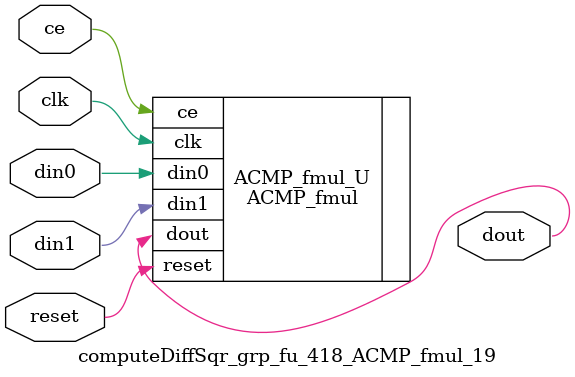
<source format=v>

`timescale 1 ns / 1 ps
module computeDiffSqr_grp_fu_418_ACMP_fmul_19(
    clk,
    reset,
    ce,
    din0,
    din1,
    dout);

parameter ID = 32'd1;
parameter NUM_STAGE = 32'd1;
parameter din0_WIDTH = 32'd1;
parameter din1_WIDTH = 32'd1;
parameter dout_WIDTH = 32'd1;
input clk;
input reset;
input ce;
input[din0_WIDTH - 1:0] din0;
input[din1_WIDTH - 1:0] din1;
output[dout_WIDTH - 1:0] dout;



ACMP_fmul #(
.ID( ID ),
.NUM_STAGE( 4 ),
.din0_WIDTH( din0_WIDTH ),
.din1_WIDTH( din1_WIDTH ),
.dout_WIDTH( dout_WIDTH ))
ACMP_fmul_U(
    .clk( clk ),
    .reset( reset ),
    .ce( ce ),
    .din0( din0 ),
    .din1( din1 ),
    .dout( dout ));

endmodule

</source>
